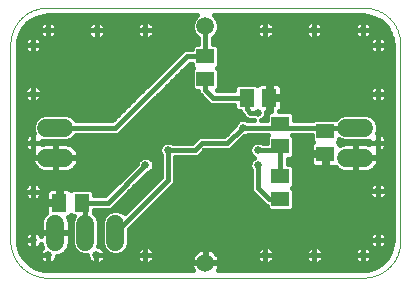
<source format=gbl>
G75*
%MOIN*%
%OFA0B0*%
%FSLAX25Y25*%
%IPPOS*%
%LPD*%
%AMOC8*
5,1,8,0,0,1.08239X$1,22.5*
%
%ADD10C,0.00394*%
%ADD11C,0.00400*%
%ADD12C,0.05906*%
%ADD13R,0.05906X0.05118*%
%ADD14R,0.05118X0.05906*%
%ADD15C,0.02362*%
%ADD16C,0.06000*%
%ADD17C,0.02559*%
%ADD18C,0.01600*%
%ADD19C,0.01100*%
D10*
X0014300Y0023933D02*
X0014001Y0023931D01*
X0013702Y0023936D01*
X0013403Y0023949D01*
X0013105Y0023969D01*
X0012807Y0023996D01*
X0012510Y0024030D01*
X0012214Y0024072D01*
X0011919Y0024121D01*
X0011625Y0024177D01*
X0011333Y0024240D01*
X0011042Y0024310D01*
X0010753Y0024388D01*
X0010466Y0024472D01*
X0010181Y0024563D01*
X0009899Y0024661D01*
X0009619Y0024766D01*
X0009342Y0024878D01*
X0009067Y0024997D01*
X0008796Y0025122D01*
X0008527Y0025254D01*
X0008262Y0025392D01*
X0008000Y0025537D01*
X0007742Y0025688D01*
X0007488Y0025845D01*
X0007237Y0026009D01*
X0006991Y0026178D01*
X0006749Y0026353D01*
X0006511Y0026535D01*
X0006278Y0026722D01*
X0006049Y0026914D01*
X0005825Y0027113D01*
X0005606Y0027316D01*
X0005392Y0027525D01*
X0005183Y0027739D01*
X0004980Y0027958D01*
X0004781Y0028182D01*
X0004589Y0028411D01*
X0004402Y0028644D01*
X0004220Y0028882D01*
X0004045Y0029124D01*
X0003876Y0029370D01*
X0003712Y0029621D01*
X0003555Y0029875D01*
X0003404Y0030133D01*
X0003259Y0030395D01*
X0003121Y0030660D01*
X0002989Y0030929D01*
X0002864Y0031200D01*
X0002745Y0031475D01*
X0002633Y0031752D01*
X0002528Y0032032D01*
X0002430Y0032314D01*
X0002339Y0032599D01*
X0002255Y0032886D01*
X0002177Y0033175D01*
X0002107Y0033466D01*
X0002044Y0033758D01*
X0001988Y0034052D01*
X0001939Y0034347D01*
X0001897Y0034643D01*
X0001863Y0034940D01*
X0001836Y0035238D01*
X0001816Y0035536D01*
X0001803Y0035835D01*
X0001798Y0036134D01*
X0001800Y0036433D01*
X0001800Y0101433D02*
X0001798Y0101732D01*
X0001803Y0102031D01*
X0001816Y0102330D01*
X0001836Y0102628D01*
X0001863Y0102926D01*
X0001897Y0103223D01*
X0001939Y0103519D01*
X0001988Y0103814D01*
X0002044Y0104108D01*
X0002107Y0104400D01*
X0002177Y0104691D01*
X0002255Y0104980D01*
X0002339Y0105267D01*
X0002430Y0105552D01*
X0002528Y0105834D01*
X0002633Y0106114D01*
X0002745Y0106391D01*
X0002864Y0106666D01*
X0002989Y0106937D01*
X0003121Y0107206D01*
X0003259Y0107471D01*
X0003404Y0107733D01*
X0003555Y0107991D01*
X0003712Y0108245D01*
X0003876Y0108496D01*
X0004045Y0108742D01*
X0004220Y0108984D01*
X0004402Y0109222D01*
X0004589Y0109455D01*
X0004781Y0109684D01*
X0004980Y0109908D01*
X0005183Y0110127D01*
X0005392Y0110341D01*
X0005606Y0110550D01*
X0005825Y0110753D01*
X0006049Y0110952D01*
X0006278Y0111144D01*
X0006511Y0111331D01*
X0006749Y0111513D01*
X0006991Y0111688D01*
X0007237Y0111857D01*
X0007488Y0112021D01*
X0007742Y0112178D01*
X0008000Y0112329D01*
X0008262Y0112474D01*
X0008527Y0112612D01*
X0008796Y0112744D01*
X0009067Y0112869D01*
X0009342Y0112988D01*
X0009619Y0113100D01*
X0009899Y0113205D01*
X0010181Y0113303D01*
X0010466Y0113394D01*
X0010753Y0113478D01*
X0011042Y0113556D01*
X0011333Y0113626D01*
X0011625Y0113689D01*
X0011919Y0113745D01*
X0012214Y0113794D01*
X0012510Y0113836D01*
X0012807Y0113870D01*
X0013105Y0113897D01*
X0013403Y0113917D01*
X0013702Y0113930D01*
X0014001Y0113935D01*
X0014300Y0113933D01*
X0119300Y0113933D02*
X0119599Y0113935D01*
X0119898Y0113930D01*
X0120197Y0113917D01*
X0120495Y0113897D01*
X0120793Y0113870D01*
X0121090Y0113836D01*
X0121386Y0113794D01*
X0121681Y0113745D01*
X0121975Y0113689D01*
X0122267Y0113626D01*
X0122558Y0113556D01*
X0122847Y0113478D01*
X0123134Y0113394D01*
X0123419Y0113303D01*
X0123701Y0113205D01*
X0123981Y0113100D01*
X0124258Y0112988D01*
X0124533Y0112869D01*
X0124804Y0112744D01*
X0125073Y0112612D01*
X0125338Y0112474D01*
X0125600Y0112329D01*
X0125858Y0112178D01*
X0126112Y0112021D01*
X0126363Y0111857D01*
X0126609Y0111688D01*
X0126851Y0111513D01*
X0127089Y0111331D01*
X0127322Y0111144D01*
X0127551Y0110952D01*
X0127775Y0110753D01*
X0127994Y0110550D01*
X0128208Y0110341D01*
X0128417Y0110127D01*
X0128620Y0109908D01*
X0128819Y0109684D01*
X0129011Y0109455D01*
X0129198Y0109222D01*
X0129380Y0108984D01*
X0129555Y0108742D01*
X0129724Y0108496D01*
X0129888Y0108245D01*
X0130045Y0107991D01*
X0130196Y0107733D01*
X0130341Y0107471D01*
X0130479Y0107206D01*
X0130611Y0106937D01*
X0130736Y0106666D01*
X0130855Y0106391D01*
X0130967Y0106114D01*
X0131072Y0105834D01*
X0131170Y0105552D01*
X0131261Y0105267D01*
X0131345Y0104980D01*
X0131423Y0104691D01*
X0131493Y0104400D01*
X0131556Y0104108D01*
X0131612Y0103814D01*
X0131661Y0103519D01*
X0131703Y0103223D01*
X0131737Y0102926D01*
X0131764Y0102628D01*
X0131784Y0102330D01*
X0131797Y0102031D01*
X0131802Y0101732D01*
X0131800Y0101433D01*
X0131800Y0036433D02*
X0131802Y0036134D01*
X0131797Y0035835D01*
X0131784Y0035536D01*
X0131764Y0035238D01*
X0131737Y0034940D01*
X0131703Y0034643D01*
X0131661Y0034347D01*
X0131612Y0034052D01*
X0131556Y0033758D01*
X0131493Y0033466D01*
X0131423Y0033175D01*
X0131345Y0032886D01*
X0131261Y0032599D01*
X0131170Y0032314D01*
X0131072Y0032032D01*
X0130967Y0031752D01*
X0130855Y0031475D01*
X0130736Y0031200D01*
X0130611Y0030929D01*
X0130479Y0030660D01*
X0130341Y0030395D01*
X0130196Y0030133D01*
X0130045Y0029875D01*
X0129888Y0029621D01*
X0129724Y0029370D01*
X0129555Y0029124D01*
X0129380Y0028882D01*
X0129198Y0028644D01*
X0129011Y0028411D01*
X0128819Y0028182D01*
X0128620Y0027958D01*
X0128417Y0027739D01*
X0128208Y0027525D01*
X0127994Y0027316D01*
X0127775Y0027113D01*
X0127551Y0026914D01*
X0127322Y0026722D01*
X0127089Y0026535D01*
X0126851Y0026353D01*
X0126609Y0026178D01*
X0126363Y0026009D01*
X0126112Y0025845D01*
X0125858Y0025688D01*
X0125600Y0025537D01*
X0125338Y0025392D01*
X0125073Y0025254D01*
X0124804Y0025122D01*
X0124533Y0024997D01*
X0124258Y0024878D01*
X0123981Y0024766D01*
X0123701Y0024661D01*
X0123419Y0024563D01*
X0123134Y0024472D01*
X0122847Y0024388D01*
X0122558Y0024310D01*
X0122267Y0024240D01*
X0121975Y0024177D01*
X0121681Y0024121D01*
X0121386Y0024072D01*
X0121090Y0024030D01*
X0120793Y0023996D01*
X0120495Y0023969D01*
X0120197Y0023949D01*
X0119898Y0023936D01*
X0119599Y0023931D01*
X0119300Y0023933D01*
D11*
X0014300Y0023933D01*
X0001800Y0036433D02*
X0001800Y0101433D01*
X0014300Y0113933D02*
X0119300Y0113933D01*
X0131800Y0101433D02*
X0131800Y0036433D01*
D12*
X0066800Y0028933D03*
X0066800Y0107673D03*
D13*
X0066800Y0097673D03*
X0066800Y0090193D03*
X0091800Y0075173D03*
X0091800Y0067693D03*
X0091800Y0057673D03*
X0091800Y0050193D03*
X0106800Y0065193D03*
X0106800Y0072673D03*
D14*
X0088040Y0083933D03*
X0080560Y0083933D03*
X0025540Y0048933D03*
X0018060Y0048933D03*
D15*
X0066800Y0065980D03*
X0066800Y0071886D03*
D16*
X0036800Y0041933D02*
X0036800Y0035933D01*
X0026800Y0035933D02*
X0026800Y0041933D01*
X0016800Y0041933D02*
X0016800Y0035933D01*
X0019800Y0063933D02*
X0013800Y0063933D01*
X0013800Y0073933D02*
X0019800Y0073933D01*
X0113800Y0073933D02*
X0119800Y0073933D01*
X0119800Y0063933D02*
X0113800Y0063933D01*
D17*
X0124300Y0068933D03*
X0124300Y0052752D03*
X0124300Y0036433D03*
X0119300Y0031433D03*
X0103119Y0031433D03*
X0086800Y0031433D03*
X0046800Y0031433D03*
X0030481Y0031433D03*
X0014300Y0031433D03*
X0009300Y0036433D03*
X0009300Y0052614D03*
X0009300Y0068933D03*
X0009300Y0085252D03*
X0009300Y0101433D03*
X0014300Y0106433D03*
X0030540Y0106335D03*
X0046800Y0106433D03*
X0084300Y0078933D03*
X0079300Y0073933D03*
X0084300Y0066433D03*
X0084300Y0061433D03*
X0054300Y0066433D03*
X0046800Y0061433D03*
X0086800Y0106433D03*
X0102922Y0106433D03*
X0119300Y0106433D03*
X0124300Y0101433D03*
X0124300Y0085114D03*
D18*
X0124300Y0082035D01*
X0124603Y0082035D01*
X0125198Y0082153D01*
X0125759Y0082385D01*
X0126263Y0082722D01*
X0126692Y0083151D01*
X0127029Y0083655D01*
X0127261Y0084216D01*
X0127380Y0084811D01*
X0127380Y0085114D01*
X0124300Y0085114D01*
X0124300Y0085114D01*
X0124300Y0082035D01*
X0123997Y0082035D01*
X0123402Y0082153D01*
X0122841Y0082385D01*
X0122337Y0082722D01*
X0121908Y0083151D01*
X0121571Y0083655D01*
X0121339Y0084216D01*
X0121220Y0084811D01*
X0121220Y0085114D01*
X0124300Y0085114D01*
X0124300Y0085114D01*
X0124300Y0085114D01*
X0127380Y0085114D01*
X0127380Y0085417D01*
X0127261Y0086012D01*
X0127029Y0086573D01*
X0126692Y0087077D01*
X0126263Y0087506D01*
X0125759Y0087843D01*
X0125198Y0088075D01*
X0124603Y0088194D01*
X0124300Y0088194D01*
X0123997Y0088194D01*
X0123402Y0088075D01*
X0122841Y0087843D01*
X0122337Y0087506D01*
X0121908Y0087077D01*
X0121571Y0086573D01*
X0121339Y0086012D01*
X0121220Y0085417D01*
X0121220Y0085114D01*
X0124300Y0085114D01*
X0124300Y0088194D01*
X0124300Y0085114D01*
X0124300Y0085114D01*
X0124300Y0084677D02*
X0124300Y0084677D01*
X0124300Y0086275D02*
X0124300Y0086275D01*
X0124300Y0087874D02*
X0124300Y0087874D01*
X0125686Y0087874D02*
X0129200Y0087874D01*
X0129200Y0086275D02*
X0127152Y0086275D01*
X0127353Y0084677D02*
X0129200Y0084677D01*
X0129200Y0083078D02*
X0126619Y0083078D01*
X0124300Y0083078D02*
X0124300Y0083078D01*
X0121981Y0083078D02*
X0092399Y0083078D01*
X0092399Y0083454D02*
X0088520Y0083454D01*
X0088520Y0084413D01*
X0087561Y0084413D01*
X0087561Y0088686D01*
X0085244Y0088686D01*
X0084786Y0088563D01*
X0084376Y0088326D01*
X0084150Y0088100D01*
X0083776Y0088473D01*
X0077343Y0088473D01*
X0076413Y0087543D01*
X0076413Y0086320D01*
X0070684Y0086320D01*
X0071340Y0086976D01*
X0071340Y0093409D01*
X0070817Y0093933D01*
X0071340Y0094457D01*
X0071340Y0100890D01*
X0070410Y0101820D01*
X0069187Y0101820D01*
X0069187Y0103748D01*
X0069372Y0103824D01*
X0070649Y0105101D01*
X0071340Y0106770D01*
X0071340Y0108576D01*
X0070649Y0110245D01*
X0069561Y0111333D01*
X0118817Y0111333D01*
X0118832Y0111327D01*
X0119157Y0111333D01*
X0119424Y0111333D01*
X0120643Y0111274D01*
X0123149Y0110636D01*
X0125396Y0109358D01*
X0127225Y0107529D01*
X0128503Y0105282D01*
X0129141Y0102776D01*
X0129200Y0101557D01*
X0129200Y0101290D01*
X0129194Y0100965D01*
X0129200Y0100950D01*
X0129200Y0036916D01*
X0129194Y0036901D01*
X0129200Y0036576D01*
X0129200Y0036310D01*
X0129141Y0035090D01*
X0128503Y0032584D01*
X0127225Y0030337D01*
X0125396Y0028509D01*
X0123149Y0027230D01*
X0120643Y0026592D01*
X0119424Y0026533D01*
X0119157Y0026533D01*
X0118832Y0026539D01*
X0118817Y0026533D01*
X0070911Y0026533D01*
X0071205Y0027109D01*
X0071436Y0027820D01*
X0071553Y0028559D01*
X0071553Y0028749D01*
X0066984Y0028749D01*
X0066984Y0029117D01*
X0071553Y0029117D01*
X0071553Y0029307D01*
X0071436Y0030046D01*
X0071205Y0030757D01*
X0070865Y0031424D01*
X0070425Y0032029D01*
X0069896Y0032558D01*
X0069291Y0032998D01*
X0068624Y0033338D01*
X0067913Y0033569D01*
X0067174Y0033686D01*
X0066984Y0033686D01*
X0066984Y0029117D01*
X0066616Y0029117D01*
X0066616Y0028749D01*
X0062047Y0028749D01*
X0062047Y0028559D01*
X0062164Y0027820D01*
X0062395Y0027109D01*
X0062689Y0026533D01*
X0014783Y0026533D01*
X0014768Y0026539D01*
X0014443Y0026533D01*
X0014176Y0026533D01*
X0012957Y0026592D01*
X0010451Y0027230D01*
X0008204Y0028509D01*
X0006375Y0030337D01*
X0005097Y0032584D01*
X0004459Y0035090D01*
X0004400Y0036310D01*
X0004400Y0036576D01*
X0004406Y0036901D01*
X0004400Y0036916D01*
X0004400Y0100950D01*
X0004406Y0100965D01*
X0004400Y0101290D01*
X0004400Y0101557D01*
X0004459Y0102776D01*
X0005097Y0105282D01*
X0006375Y0107529D01*
X0008204Y0109358D01*
X0010451Y0110636D01*
X0012957Y0111274D01*
X0014176Y0111333D01*
X0014443Y0111333D01*
X0014768Y0111327D01*
X0014783Y0111333D01*
X0064039Y0111333D01*
X0062951Y0110245D01*
X0062260Y0108576D01*
X0062260Y0106770D01*
X0062951Y0105101D01*
X0064228Y0103824D01*
X0064413Y0103748D01*
X0064413Y0101820D01*
X0063190Y0101820D01*
X0062260Y0100890D01*
X0062260Y0100061D01*
X0059551Y0100061D01*
X0035811Y0076320D01*
X0023776Y0076320D01*
X0023689Y0076532D01*
X0022399Y0077822D01*
X0020712Y0078520D01*
X0012887Y0078520D01*
X0011201Y0077822D01*
X0009911Y0076532D01*
X0009213Y0074846D01*
X0009213Y0073021D01*
X0009633Y0072007D01*
X0009603Y0072013D01*
X0009300Y0072013D01*
X0008997Y0072013D01*
X0008402Y0071894D01*
X0007841Y0071662D01*
X0007337Y0071325D01*
X0006908Y0070896D01*
X0006571Y0070392D01*
X0006339Y0069831D01*
X0006220Y0069236D01*
X0006220Y0068933D01*
X0006220Y0068630D01*
X0006339Y0068035D01*
X0006571Y0067474D01*
X0006908Y0066970D01*
X0007337Y0066541D01*
X0007841Y0066204D01*
X0008402Y0065972D01*
X0008997Y0065854D01*
X0009300Y0065854D01*
X0009391Y0065854D01*
X0009352Y0065776D01*
X0009118Y0065057D01*
X0009000Y0064311D01*
X0009000Y0064133D01*
X0016600Y0064133D01*
X0016600Y0063733D01*
X0017000Y0063733D01*
X0017000Y0059133D01*
X0020178Y0059133D01*
X0020924Y0059251D01*
X0021643Y0059485D01*
X0022316Y0059828D01*
X0022927Y0060272D01*
X0023461Y0060806D01*
X0023905Y0061417D01*
X0024248Y0062091D01*
X0024482Y0062809D01*
X0024600Y0063555D01*
X0024600Y0063733D01*
X0017000Y0063733D01*
X0017000Y0064133D01*
X0024600Y0064133D01*
X0024600Y0064311D01*
X0024482Y0065057D01*
X0024248Y0065776D01*
X0023905Y0066449D01*
X0023461Y0067060D01*
X0022927Y0067594D01*
X0022316Y0068038D01*
X0021643Y0068381D01*
X0020924Y0068615D01*
X0020178Y0068733D01*
X0017000Y0068733D01*
X0017000Y0064133D01*
X0016600Y0064133D01*
X0016600Y0068733D01*
X0013422Y0068733D01*
X0012676Y0068615D01*
X0012356Y0068511D01*
X0012380Y0068630D01*
X0012380Y0068933D01*
X0009300Y0068933D01*
X0009300Y0065854D01*
X0009300Y0068933D01*
X0009300Y0068933D01*
X0009300Y0068933D01*
X0006220Y0068933D01*
X0009300Y0068933D01*
X0009300Y0068933D01*
X0012380Y0068933D01*
X0012380Y0069236D01*
X0012310Y0069585D01*
X0012887Y0069346D01*
X0020712Y0069346D01*
X0022399Y0070044D01*
X0023689Y0071335D01*
X0023776Y0071546D01*
X0037789Y0071546D01*
X0061529Y0095286D01*
X0062260Y0095286D01*
X0062260Y0094457D01*
X0062783Y0093933D01*
X0062260Y0093409D01*
X0062260Y0086976D01*
X0063190Y0086046D01*
X0064413Y0086046D01*
X0064413Y0085444D01*
X0068311Y0081546D01*
X0076413Y0081546D01*
X0076413Y0080323D01*
X0077343Y0079393D01*
X0078172Y0079393D01*
X0078172Y0079204D01*
X0080831Y0076546D01*
X0082633Y0076546D01*
X0082676Y0076503D01*
X0083116Y0076320D01*
X0080967Y0076320D01*
X0080924Y0076364D01*
X0079870Y0076800D01*
X0078730Y0076800D01*
X0077676Y0076364D01*
X0076870Y0075557D01*
X0076433Y0074503D01*
X0076433Y0074442D01*
X0073127Y0071136D01*
X0064664Y0071136D01*
X0063266Y0069738D01*
X0062349Y0068820D01*
X0055967Y0068820D01*
X0055924Y0068864D01*
X0054870Y0069300D01*
X0053730Y0069300D01*
X0052676Y0068864D01*
X0051870Y0068057D01*
X0051433Y0067003D01*
X0051433Y0065863D01*
X0051870Y0064809D01*
X0051913Y0064766D01*
X0051913Y0057422D01*
X0039856Y0045365D01*
X0039399Y0045822D01*
X0037712Y0046520D01*
X0035888Y0046520D01*
X0034201Y0045822D01*
X0032911Y0044532D01*
X0032213Y0042846D01*
X0032213Y0035021D01*
X0032906Y0033348D01*
X0032873Y0033396D01*
X0032444Y0033825D01*
X0031940Y0034162D01*
X0031379Y0034394D01*
X0031147Y0034440D01*
X0031387Y0035021D01*
X0031387Y0042846D01*
X0030689Y0044532D01*
X0029687Y0045534D01*
X0029687Y0046546D01*
X0035289Y0046546D01*
X0047309Y0058566D01*
X0047370Y0058566D01*
X0048424Y0059003D01*
X0049230Y0059809D01*
X0049667Y0060863D01*
X0049667Y0062003D01*
X0049230Y0063057D01*
X0048424Y0063864D01*
X0047370Y0064300D01*
X0046230Y0064300D01*
X0045176Y0063864D01*
X0044370Y0063057D01*
X0043933Y0062003D01*
X0043933Y0061942D01*
X0033311Y0051320D01*
X0029687Y0051320D01*
X0029687Y0052543D01*
X0028757Y0053473D01*
X0022324Y0053473D01*
X0021950Y0053100D01*
X0021724Y0053326D01*
X0021314Y0053563D01*
X0020856Y0053686D01*
X0018539Y0053686D01*
X0018539Y0049413D01*
X0017580Y0049413D01*
X0017580Y0053686D01*
X0015264Y0053686D01*
X0014806Y0053563D01*
X0014396Y0053326D01*
X0014060Y0052991D01*
X0013823Y0052581D01*
X0013701Y0052123D01*
X0013701Y0049413D01*
X0017580Y0049413D01*
X0017580Y0048454D01*
X0013701Y0048454D01*
X0013701Y0045743D01*
X0013730Y0045635D01*
X0013673Y0045594D01*
X0013139Y0045060D01*
X0012695Y0044449D01*
X0012352Y0043776D01*
X0012118Y0043057D01*
X0012000Y0042311D01*
X0012000Y0039133D01*
X0016600Y0039133D01*
X0016600Y0038733D01*
X0012000Y0038733D01*
X0012000Y0037935D01*
X0011692Y0038396D01*
X0011263Y0038825D01*
X0010759Y0039162D01*
X0010198Y0039394D01*
X0009603Y0039513D01*
X0009300Y0039513D01*
X0008997Y0039513D01*
X0008402Y0039394D01*
X0007841Y0039162D01*
X0007337Y0038825D01*
X0006908Y0038396D01*
X0006571Y0037892D01*
X0006339Y0037331D01*
X0006220Y0036736D01*
X0006220Y0036433D01*
X0006220Y0036130D01*
X0006339Y0035535D01*
X0006571Y0034974D01*
X0006908Y0034470D01*
X0007337Y0034041D01*
X0007841Y0033704D01*
X0008402Y0033472D01*
X0008997Y0033354D01*
X0009300Y0033354D01*
X0009603Y0033354D01*
X0010198Y0033472D01*
X0010759Y0033704D01*
X0011263Y0034041D01*
X0011692Y0034470D01*
X0012029Y0034974D01*
X0012075Y0035084D01*
X0012118Y0034809D01*
X0012352Y0034091D01*
X0012449Y0033900D01*
X0012337Y0033825D01*
X0011908Y0033396D01*
X0011571Y0032892D01*
X0011339Y0032331D01*
X0011220Y0031736D01*
X0011220Y0031433D01*
X0011220Y0031130D01*
X0011339Y0030535D01*
X0011571Y0029974D01*
X0011908Y0029470D01*
X0012337Y0029041D01*
X0012841Y0028704D01*
X0013402Y0028472D01*
X0013997Y0028354D01*
X0014300Y0028354D01*
X0014603Y0028354D01*
X0015198Y0028472D01*
X0015759Y0028704D01*
X0016263Y0029041D01*
X0016692Y0029470D01*
X0017029Y0029974D01*
X0017261Y0030535D01*
X0017380Y0031130D01*
X0017380Y0031165D01*
X0017924Y0031251D01*
X0018643Y0031485D01*
X0019316Y0031828D01*
X0019927Y0032272D01*
X0020461Y0032806D01*
X0020905Y0033417D01*
X0021248Y0034091D01*
X0021482Y0034809D01*
X0021600Y0035555D01*
X0021600Y0038733D01*
X0017000Y0038733D01*
X0017000Y0039133D01*
X0021600Y0039133D01*
X0021600Y0042311D01*
X0021482Y0043057D01*
X0021248Y0043776D01*
X0021020Y0044224D01*
X0021314Y0044303D01*
X0021724Y0044540D01*
X0021950Y0044766D01*
X0022324Y0044393D01*
X0022854Y0044393D01*
X0022213Y0042846D01*
X0022213Y0035021D01*
X0022911Y0033335D01*
X0024201Y0032044D01*
X0025887Y0031346D01*
X0027402Y0031346D01*
X0027402Y0031130D01*
X0027520Y0030535D01*
X0027752Y0029974D01*
X0028089Y0029470D01*
X0028518Y0029041D01*
X0029022Y0028704D01*
X0029583Y0028472D01*
X0030178Y0028354D01*
X0030481Y0028354D01*
X0030481Y0031433D01*
X0030481Y0031433D01*
X0030481Y0028354D01*
X0030784Y0028354D01*
X0031379Y0028472D01*
X0031940Y0028704D01*
X0032444Y0029041D01*
X0032873Y0029470D01*
X0033210Y0029974D01*
X0033442Y0030535D01*
X0033561Y0031130D01*
X0033561Y0031433D01*
X0030481Y0031433D01*
X0030481Y0031433D01*
X0033561Y0031433D01*
X0033561Y0031736D01*
X0033442Y0032331D01*
X0033210Y0032892D01*
X0032921Y0033325D01*
X0034201Y0032044D01*
X0035888Y0031346D01*
X0037712Y0031346D01*
X0039399Y0032044D01*
X0040689Y0033335D01*
X0041387Y0035021D01*
X0041387Y0040144D01*
X0055289Y0054046D01*
X0056687Y0055444D01*
X0056687Y0064046D01*
X0064326Y0064046D01*
X0066642Y0066361D01*
X0075105Y0066361D01*
X0076503Y0067760D01*
X0079809Y0071066D01*
X0079870Y0071066D01*
X0080924Y0071503D01*
X0080967Y0071546D01*
X0087671Y0071546D01*
X0087783Y0071433D01*
X0087260Y0070909D01*
X0087260Y0068820D01*
X0085967Y0068820D01*
X0085924Y0068864D01*
X0084870Y0069300D01*
X0083730Y0069300D01*
X0082676Y0068864D01*
X0081870Y0068057D01*
X0081433Y0067003D01*
X0081433Y0065863D01*
X0081870Y0064809D01*
X0082676Y0064003D01*
X0082844Y0063933D01*
X0082676Y0063864D01*
X0081870Y0063057D01*
X0081433Y0062003D01*
X0081433Y0060863D01*
X0081870Y0059809D01*
X0081913Y0059766D01*
X0081913Y0052944D01*
X0087051Y0047806D01*
X0087260Y0047806D01*
X0087260Y0046976D01*
X0088190Y0046046D01*
X0095410Y0046046D01*
X0096340Y0046976D01*
X0096340Y0053409D01*
X0095817Y0053933D01*
X0096340Y0054457D01*
X0096340Y0060890D01*
X0095410Y0061820D01*
X0094187Y0061820D01*
X0094187Y0063546D01*
X0095410Y0063546D01*
X0096340Y0064476D01*
X0096340Y0070909D01*
X0095817Y0071433D01*
X0095929Y0071546D01*
X0102260Y0071546D01*
X0102260Y0069457D01*
X0102633Y0069083D01*
X0102407Y0068857D01*
X0102170Y0068447D01*
X0102047Y0067989D01*
X0102047Y0065672D01*
X0106320Y0065672D01*
X0106320Y0064713D01*
X0102047Y0064713D01*
X0102047Y0062397D01*
X0102170Y0061939D01*
X0102407Y0061529D01*
X0102742Y0061193D01*
X0103152Y0060957D01*
X0103610Y0060834D01*
X0106320Y0060834D01*
X0106320Y0064713D01*
X0107280Y0064713D01*
X0107280Y0060834D01*
X0109990Y0060834D01*
X0110098Y0060863D01*
X0110139Y0060806D01*
X0110673Y0060272D01*
X0111284Y0059828D01*
X0111957Y0059485D01*
X0112676Y0059251D01*
X0113422Y0059133D01*
X0116600Y0059133D01*
X0116600Y0063733D01*
X0117000Y0063733D01*
X0117000Y0059133D01*
X0120178Y0059133D01*
X0120924Y0059251D01*
X0121643Y0059485D01*
X0122316Y0059828D01*
X0122927Y0060272D01*
X0123461Y0060806D01*
X0123905Y0061417D01*
X0124248Y0062091D01*
X0124482Y0062809D01*
X0124600Y0063555D01*
X0124600Y0063733D01*
X0117000Y0063733D01*
X0117000Y0064133D01*
X0124600Y0064133D01*
X0124600Y0064311D01*
X0124482Y0065057D01*
X0124248Y0065776D01*
X0124209Y0065854D01*
X0124300Y0065854D01*
X0124603Y0065854D01*
X0125198Y0065972D01*
X0125759Y0066204D01*
X0126263Y0066541D01*
X0126692Y0066970D01*
X0127029Y0067474D01*
X0127261Y0068035D01*
X0127380Y0068630D01*
X0127380Y0068933D01*
X0124300Y0068933D01*
X0124300Y0065854D01*
X0124300Y0068933D01*
X0124300Y0068933D01*
X0124300Y0068933D01*
X0121220Y0068933D01*
X0121220Y0068630D01*
X0121244Y0068511D01*
X0120924Y0068615D01*
X0120178Y0068733D01*
X0117000Y0068733D01*
X0117000Y0064133D01*
X0116600Y0064133D01*
X0116600Y0068733D01*
X0113422Y0068733D01*
X0112676Y0068615D01*
X0111957Y0068381D01*
X0111509Y0068153D01*
X0111430Y0068447D01*
X0111193Y0068857D01*
X0110967Y0069083D01*
X0111340Y0069457D01*
X0111340Y0069987D01*
X0112887Y0069346D01*
X0120712Y0069346D01*
X0121290Y0069585D01*
X0121220Y0069236D01*
X0121220Y0068933D01*
X0124300Y0068933D01*
X0124300Y0068933D01*
X0127380Y0068933D01*
X0127380Y0069236D01*
X0127261Y0069831D01*
X0127029Y0070392D01*
X0126692Y0070896D01*
X0126263Y0071325D01*
X0125759Y0071662D01*
X0125198Y0071894D01*
X0124603Y0072013D01*
X0124300Y0072013D01*
X0123997Y0072013D01*
X0123967Y0072007D01*
X0124387Y0073021D01*
X0124387Y0074846D01*
X0123689Y0076532D01*
X0122399Y0077822D01*
X0120712Y0078520D01*
X0112887Y0078520D01*
X0111201Y0077822D01*
X0110199Y0076820D01*
X0103190Y0076820D01*
X0102691Y0076320D01*
X0096340Y0076320D01*
X0096340Y0078390D01*
X0095410Y0079320D01*
X0091323Y0079320D01*
X0091704Y0079540D01*
X0092040Y0079875D01*
X0092277Y0080286D01*
X0092399Y0080743D01*
X0092399Y0083454D01*
X0092399Y0084413D02*
X0092399Y0087123D01*
X0092277Y0087581D01*
X0092040Y0087991D01*
X0091704Y0088326D01*
X0091294Y0088563D01*
X0090836Y0088686D01*
X0088520Y0088686D01*
X0088520Y0084413D01*
X0092399Y0084413D01*
X0092399Y0084677D02*
X0121247Y0084677D01*
X0121448Y0086275D02*
X0092399Y0086275D01*
X0092107Y0087874D02*
X0122914Y0087874D01*
X0129200Y0089472D02*
X0071340Y0089472D01*
X0071340Y0091071D02*
X0129200Y0091071D01*
X0129200Y0092669D02*
X0071340Y0092669D01*
X0071151Y0094268D02*
X0129200Y0094268D01*
X0129200Y0095866D02*
X0071340Y0095866D01*
X0071340Y0097465D02*
X0129200Y0097465D01*
X0129200Y0099063D02*
X0126285Y0099063D01*
X0126263Y0099041D02*
X0126692Y0099470D01*
X0127029Y0099974D01*
X0127261Y0100535D01*
X0127380Y0101130D01*
X0127380Y0101433D01*
X0124300Y0101433D01*
X0124300Y0098354D01*
X0124603Y0098354D01*
X0125198Y0098472D01*
X0125759Y0098704D01*
X0126263Y0099041D01*
X0127286Y0100662D02*
X0129200Y0100662D01*
X0127380Y0101433D02*
X0127380Y0101736D01*
X0127261Y0102331D01*
X0127029Y0102892D01*
X0126692Y0103396D01*
X0126263Y0103825D01*
X0125759Y0104162D01*
X0125198Y0104394D01*
X0124603Y0104513D01*
X0124300Y0104513D01*
X0123997Y0104513D01*
X0123402Y0104394D01*
X0122841Y0104162D01*
X0122337Y0103825D01*
X0121908Y0103396D01*
X0121571Y0102892D01*
X0121339Y0102331D01*
X0121220Y0101736D01*
X0121220Y0101433D01*
X0121220Y0101130D01*
X0121339Y0100535D01*
X0121571Y0099974D01*
X0121908Y0099470D01*
X0122337Y0099041D01*
X0122841Y0098704D01*
X0123402Y0098472D01*
X0123997Y0098354D01*
X0124300Y0098354D01*
X0124300Y0101433D01*
X0124300Y0101433D01*
X0124300Y0101433D01*
X0121220Y0101433D01*
X0124300Y0101433D01*
X0124300Y0101433D01*
X0127380Y0101433D01*
X0127275Y0102260D02*
X0129166Y0102260D01*
X0128866Y0103859D02*
X0126213Y0103859D01*
X0124300Y0103859D02*
X0124300Y0103859D01*
X0124300Y0104513D02*
X0124300Y0101433D01*
X0124300Y0101433D01*
X0124300Y0104513D01*
X0122387Y0103859D02*
X0120990Y0103859D01*
X0120759Y0103704D02*
X0121263Y0104041D01*
X0121692Y0104470D01*
X0122029Y0104974D01*
X0122261Y0105535D01*
X0122380Y0106130D01*
X0122380Y0106433D01*
X0119300Y0106433D01*
X0119300Y0103354D01*
X0119603Y0103354D01*
X0120198Y0103472D01*
X0120759Y0103704D01*
X0119300Y0103859D02*
X0119300Y0103859D01*
X0119300Y0103354D02*
X0119300Y0106433D01*
X0119300Y0106433D01*
X0119300Y0106433D01*
X0116220Y0106433D01*
X0116220Y0106130D01*
X0116339Y0105535D01*
X0116571Y0104974D01*
X0116908Y0104470D01*
X0117337Y0104041D01*
X0117841Y0103704D01*
X0118402Y0103472D01*
X0118997Y0103354D01*
X0119300Y0103354D01*
X0117610Y0103859D02*
X0104612Y0103859D01*
X0104381Y0103704D02*
X0104885Y0104041D01*
X0105314Y0104470D01*
X0105651Y0104974D01*
X0105883Y0105535D01*
X0106002Y0106130D01*
X0106002Y0106433D01*
X0102922Y0106433D01*
X0102922Y0106433D01*
X0102922Y0103354D01*
X0103225Y0103354D01*
X0103820Y0103472D01*
X0104381Y0103704D01*
X0102922Y0103859D02*
X0102922Y0103859D01*
X0102922Y0103354D02*
X0102922Y0106433D01*
X0099843Y0106433D01*
X0099843Y0106130D01*
X0099961Y0105535D01*
X0100193Y0104974D01*
X0100530Y0104470D01*
X0100959Y0104041D01*
X0101463Y0103704D01*
X0102024Y0103472D01*
X0102619Y0103354D01*
X0102922Y0103354D01*
X0101232Y0103859D02*
X0088490Y0103859D01*
X0088259Y0103704D02*
X0088763Y0104041D01*
X0089192Y0104470D01*
X0089529Y0104974D01*
X0089761Y0105535D01*
X0089880Y0106130D01*
X0089880Y0106433D01*
X0086800Y0106433D01*
X0086800Y0103354D01*
X0087103Y0103354D01*
X0087698Y0103472D01*
X0088259Y0103704D01*
X0086800Y0103859D02*
X0086800Y0103859D01*
X0086800Y0103354D02*
X0086800Y0106433D01*
X0086800Y0106433D01*
X0086800Y0106433D01*
X0083720Y0106433D01*
X0083720Y0106130D01*
X0083839Y0105535D01*
X0084071Y0104974D01*
X0084408Y0104470D01*
X0084837Y0104041D01*
X0085341Y0103704D01*
X0085902Y0103472D01*
X0086497Y0103354D01*
X0086800Y0103354D01*
X0085110Y0103859D02*
X0069406Y0103859D01*
X0069187Y0102260D02*
X0121325Y0102260D01*
X0121314Y0100662D02*
X0071340Y0100662D01*
X0071340Y0099063D02*
X0122315Y0099063D01*
X0124300Y0099063D02*
X0124300Y0099063D01*
X0124300Y0100662D02*
X0124300Y0100662D01*
X0124300Y0102260D02*
X0124300Y0102260D01*
X0122229Y0105457D02*
X0128404Y0105457D01*
X0127494Y0107056D02*
X0122316Y0107056D01*
X0122261Y0107331D02*
X0122029Y0107892D01*
X0121692Y0108396D01*
X0121263Y0108825D01*
X0120759Y0109162D01*
X0120198Y0109394D01*
X0119603Y0109513D01*
X0119300Y0109513D01*
X0118997Y0109513D01*
X0118402Y0109394D01*
X0117841Y0109162D01*
X0117337Y0108825D01*
X0116908Y0108396D01*
X0116571Y0107892D01*
X0116339Y0107331D01*
X0116220Y0106736D01*
X0116220Y0106433D01*
X0119300Y0106433D01*
X0119300Y0106433D01*
X0122380Y0106433D01*
X0122380Y0106736D01*
X0122261Y0107331D01*
X0121434Y0108654D02*
X0126100Y0108654D01*
X0123823Y0110253D02*
X0070641Y0110253D01*
X0071308Y0108654D02*
X0084666Y0108654D01*
X0084837Y0108825D02*
X0084408Y0108396D01*
X0084071Y0107892D01*
X0083839Y0107331D01*
X0083720Y0106736D01*
X0083720Y0106433D01*
X0086800Y0106433D01*
X0086800Y0106433D01*
X0089880Y0106433D01*
X0089880Y0106736D01*
X0089761Y0107331D01*
X0089529Y0107892D01*
X0089192Y0108396D01*
X0088763Y0108825D01*
X0088259Y0109162D01*
X0087698Y0109394D01*
X0087103Y0109513D01*
X0086800Y0109513D01*
X0086497Y0109513D01*
X0085902Y0109394D01*
X0085341Y0109162D01*
X0084837Y0108825D01*
X0086800Y0108654D02*
X0086800Y0108654D01*
X0086800Y0109513D02*
X0086800Y0106433D01*
X0086800Y0106433D01*
X0086800Y0109513D01*
X0088934Y0108654D02*
X0100788Y0108654D01*
X0100959Y0108825D02*
X0100530Y0108396D01*
X0100193Y0107892D01*
X0099961Y0107331D01*
X0099843Y0106736D01*
X0099843Y0106433D01*
X0102922Y0106433D01*
X0102922Y0106433D01*
X0102922Y0106433D01*
X0102922Y0109513D01*
X0103225Y0109513D01*
X0103820Y0109394D01*
X0104381Y0109162D01*
X0104885Y0108825D01*
X0105314Y0108396D01*
X0105651Y0107892D01*
X0105883Y0107331D01*
X0106002Y0106736D01*
X0106002Y0106433D01*
X0102922Y0106433D01*
X0102922Y0106433D01*
X0102922Y0109513D01*
X0102619Y0109513D01*
X0102024Y0109394D01*
X0101463Y0109162D01*
X0100959Y0108825D01*
X0102922Y0108654D02*
X0102922Y0108654D01*
X0102922Y0107056D02*
X0102922Y0107056D01*
X0102922Y0105457D02*
X0102922Y0105457D01*
X0105851Y0105457D02*
X0116371Y0105457D01*
X0116284Y0107056D02*
X0105938Y0107056D01*
X0105056Y0108654D02*
X0117166Y0108654D01*
X0119300Y0108654D02*
X0119300Y0108654D01*
X0119300Y0109513D02*
X0119300Y0106433D01*
X0119300Y0106433D01*
X0119300Y0109513D01*
X0119300Y0107056D02*
X0119300Y0107056D01*
X0119300Y0105457D02*
X0119300Y0105457D01*
X0099993Y0105457D02*
X0089729Y0105457D01*
X0089816Y0107056D02*
X0099906Y0107056D01*
X0086800Y0107056D02*
X0086800Y0107056D01*
X0086800Y0105457D02*
X0086800Y0105457D01*
X0083871Y0105457D02*
X0070796Y0105457D01*
X0071340Y0107056D02*
X0083784Y0107056D01*
X0066800Y0107673D02*
X0066800Y0097673D01*
X0060540Y0097673D01*
X0036800Y0073933D01*
X0016800Y0073933D01*
X0022644Y0070290D02*
X0063818Y0070290D01*
X0065653Y0068749D02*
X0074116Y0068749D01*
X0079300Y0073933D01*
X0091800Y0073933D01*
X0091800Y0075173D01*
X0091800Y0073933D02*
X0106800Y0073933D01*
X0106800Y0072673D01*
X0107430Y0073303D02*
X0106800Y0073933D01*
X0108060Y0073933D02*
X0116800Y0073933D01*
X0116600Y0068691D02*
X0117000Y0068691D01*
X0117000Y0067093D02*
X0116600Y0067093D01*
X0116600Y0065494D02*
X0117000Y0065494D01*
X0117000Y0063896D02*
X0129200Y0063896D01*
X0129200Y0065494D02*
X0124340Y0065494D01*
X0124300Y0067093D02*
X0124300Y0067093D01*
X0126774Y0067093D02*
X0129200Y0067093D01*
X0129200Y0068691D02*
X0127380Y0068691D01*
X0127071Y0070290D02*
X0129200Y0070290D01*
X0129200Y0071888D02*
X0125212Y0071888D01*
X0124300Y0071888D02*
X0124300Y0071888D01*
X0124300Y0072013D02*
X0124300Y0068933D01*
X0124300Y0068933D01*
X0124300Y0072013D01*
X0124387Y0073487D02*
X0129200Y0073487D01*
X0129200Y0075085D02*
X0124288Y0075085D01*
X0123537Y0076684D02*
X0129200Y0076684D01*
X0129200Y0078282D02*
X0121287Y0078282D01*
X0129200Y0079881D02*
X0092043Y0079881D01*
X0092399Y0081479D02*
X0129200Y0081479D01*
X0124300Y0070290D02*
X0124300Y0070290D01*
X0124300Y0068691D02*
X0124300Y0068691D01*
X0121220Y0068691D02*
X0120441Y0068691D01*
X0113159Y0068691D02*
X0111289Y0068691D01*
X0106320Y0065494D02*
X0096340Y0065494D01*
X0096340Y0067093D02*
X0102047Y0067093D01*
X0102311Y0068691D02*
X0096340Y0068691D01*
X0096340Y0070290D02*
X0102260Y0070290D01*
X0102047Y0063896D02*
X0095760Y0063896D01*
X0094187Y0062297D02*
X0102074Y0062297D01*
X0106320Y0062297D02*
X0107280Y0062297D01*
X0107280Y0063896D02*
X0106320Y0063896D01*
X0110246Y0060699D02*
X0096340Y0060699D01*
X0096340Y0059100D02*
X0129200Y0059100D01*
X0129200Y0060699D02*
X0123354Y0060699D01*
X0124316Y0062297D02*
X0129200Y0062297D01*
X0129200Y0057502D02*
X0096340Y0057502D01*
X0096340Y0055903D02*
X0129200Y0055903D01*
X0129200Y0054305D02*
X0126966Y0054305D01*
X0127029Y0054211D02*
X0126692Y0054715D01*
X0126263Y0055144D01*
X0125759Y0055481D01*
X0125198Y0055713D01*
X0124603Y0055831D01*
X0124300Y0055831D01*
X0123997Y0055831D01*
X0123402Y0055713D01*
X0122841Y0055481D01*
X0122337Y0055144D01*
X0121908Y0054715D01*
X0121571Y0054211D01*
X0121339Y0053650D01*
X0121220Y0053055D01*
X0121220Y0052752D01*
X0124300Y0052752D01*
X0124300Y0052752D01*
X0124300Y0055831D01*
X0124300Y0052752D01*
X0127380Y0052752D01*
X0127380Y0053055D01*
X0127261Y0053650D01*
X0127029Y0054211D01*
X0127380Y0052752D02*
X0124300Y0052752D01*
X0124300Y0052752D01*
X0124300Y0052752D01*
X0124300Y0049672D01*
X0124603Y0049672D01*
X0125198Y0049791D01*
X0125759Y0050023D01*
X0126263Y0050360D01*
X0126692Y0050789D01*
X0127029Y0051293D01*
X0127261Y0051854D01*
X0127380Y0052449D01*
X0127380Y0052752D01*
X0127380Y0052706D02*
X0129200Y0052706D01*
X0129200Y0051108D02*
X0126905Y0051108D01*
X0124300Y0051108D02*
X0124300Y0051108D01*
X0124300Y0049672D02*
X0124300Y0052752D01*
X0124300Y0052752D01*
X0121220Y0052752D01*
X0121220Y0052449D01*
X0121339Y0051854D01*
X0121571Y0051293D01*
X0121908Y0050789D01*
X0122337Y0050360D01*
X0122841Y0050023D01*
X0123402Y0049791D01*
X0123997Y0049672D01*
X0124300Y0049672D01*
X0121695Y0051108D02*
X0096340Y0051108D01*
X0096340Y0052706D02*
X0121220Y0052706D01*
X0121634Y0054305D02*
X0096188Y0054305D01*
X0091800Y0057673D02*
X0091800Y0067693D01*
X0090540Y0066433D01*
X0084300Y0066433D01*
X0081586Y0065494D02*
X0065775Y0065494D01*
X0063337Y0066433D02*
X0065653Y0068749D01*
X0063337Y0066433D02*
X0054300Y0066433D01*
X0054300Y0056433D01*
X0036800Y0038933D01*
X0041387Y0038320D02*
X0121857Y0038320D01*
X0121908Y0038396D02*
X0121571Y0037892D01*
X0121339Y0037331D01*
X0121220Y0036736D01*
X0121220Y0036433D01*
X0121220Y0036130D01*
X0121339Y0035535D01*
X0121571Y0034974D01*
X0121908Y0034470D01*
X0122337Y0034041D01*
X0122841Y0033704D01*
X0123402Y0033472D01*
X0123997Y0033354D01*
X0124300Y0033354D01*
X0124603Y0033354D01*
X0125198Y0033472D01*
X0125759Y0033704D01*
X0126263Y0034041D01*
X0126692Y0034470D01*
X0127029Y0034974D01*
X0127261Y0035535D01*
X0127380Y0036130D01*
X0127380Y0036433D01*
X0124300Y0036433D01*
X0124300Y0033354D01*
X0124300Y0036433D01*
X0124300Y0036433D01*
X0124300Y0036433D01*
X0121220Y0036433D01*
X0124300Y0036433D01*
X0124300Y0036433D01*
X0127380Y0036433D01*
X0127380Y0036736D01*
X0127261Y0037331D01*
X0127029Y0037892D01*
X0126692Y0038396D01*
X0126263Y0038825D01*
X0125759Y0039162D01*
X0125198Y0039394D01*
X0124603Y0039513D01*
X0124300Y0039513D01*
X0123997Y0039513D01*
X0123402Y0039394D01*
X0122841Y0039162D01*
X0122337Y0038825D01*
X0121908Y0038396D01*
X0121220Y0036721D02*
X0041387Y0036721D01*
X0041387Y0035123D02*
X0121510Y0035123D01*
X0120759Y0034162D02*
X0120198Y0034394D01*
X0119603Y0034513D01*
X0119300Y0034513D01*
X0118997Y0034513D01*
X0118402Y0034394D01*
X0117841Y0034162D01*
X0117337Y0033825D01*
X0116908Y0033396D01*
X0116571Y0032892D01*
X0116339Y0032331D01*
X0116220Y0031736D01*
X0116220Y0031433D01*
X0116220Y0031130D01*
X0116339Y0030535D01*
X0116571Y0029974D01*
X0116908Y0029470D01*
X0117337Y0029041D01*
X0117841Y0028704D01*
X0118402Y0028472D01*
X0118997Y0028354D01*
X0119300Y0028354D01*
X0119603Y0028354D01*
X0120198Y0028472D01*
X0120759Y0028704D01*
X0121263Y0029041D01*
X0121692Y0029470D01*
X0122029Y0029974D01*
X0122261Y0030535D01*
X0122380Y0031130D01*
X0122380Y0031433D01*
X0119300Y0031433D01*
X0119300Y0028354D01*
X0119300Y0031433D01*
X0119300Y0031433D01*
X0119300Y0031433D01*
X0116220Y0031433D01*
X0119300Y0031433D01*
X0119300Y0031433D01*
X0122380Y0031433D01*
X0122380Y0031736D01*
X0122261Y0032331D01*
X0122029Y0032892D01*
X0121692Y0033396D01*
X0121263Y0033825D01*
X0120759Y0034162D01*
X0121564Y0033524D02*
X0123276Y0033524D01*
X0124300Y0033524D02*
X0124300Y0033524D01*
X0125324Y0033524D02*
X0128743Y0033524D01*
X0128129Y0031926D02*
X0122342Y0031926D01*
X0122175Y0030327D02*
X0127215Y0030327D01*
X0125616Y0028729D02*
X0120795Y0028729D01*
X0119300Y0028729D02*
X0119300Y0028729D01*
X0117804Y0028729D02*
X0104614Y0028729D01*
X0104578Y0028704D02*
X0105082Y0029041D01*
X0105511Y0029470D01*
X0105848Y0029974D01*
X0106080Y0030535D01*
X0106198Y0031130D01*
X0106198Y0031433D01*
X0103119Y0031433D01*
X0103119Y0031433D01*
X0103119Y0028354D01*
X0103422Y0028354D01*
X0104017Y0028472D01*
X0104578Y0028704D01*
X0103119Y0028729D02*
X0103119Y0028729D01*
X0103119Y0028354D02*
X0103119Y0031433D01*
X0103119Y0031433D01*
X0106198Y0031433D01*
X0106198Y0031736D01*
X0106080Y0032331D01*
X0105848Y0032892D01*
X0105511Y0033396D01*
X0105082Y0033825D01*
X0104578Y0034162D01*
X0104017Y0034394D01*
X0103422Y0034513D01*
X0103119Y0034513D01*
X0103119Y0031433D01*
X0103119Y0031433D01*
X0100039Y0031433D01*
X0100039Y0031130D01*
X0100158Y0030535D01*
X0100390Y0029974D01*
X0100727Y0029470D01*
X0101156Y0029041D01*
X0101660Y0028704D01*
X0102221Y0028472D01*
X0102816Y0028354D01*
X0103119Y0028354D01*
X0101623Y0028729D02*
X0088295Y0028729D01*
X0088259Y0028704D02*
X0088763Y0029041D01*
X0089192Y0029470D01*
X0089529Y0029974D01*
X0089761Y0030535D01*
X0089880Y0031130D01*
X0089880Y0031433D01*
X0086800Y0031433D01*
X0086800Y0028354D01*
X0087103Y0028354D01*
X0087698Y0028472D01*
X0088259Y0028704D01*
X0086800Y0028729D02*
X0086800Y0028729D01*
X0086800Y0028354D02*
X0086800Y0031433D01*
X0086800Y0031433D01*
X0086800Y0031433D01*
X0083720Y0031433D01*
X0083720Y0031130D01*
X0083839Y0030535D01*
X0084071Y0029974D01*
X0084408Y0029470D01*
X0084837Y0029041D01*
X0085341Y0028704D01*
X0085902Y0028472D01*
X0086497Y0028354D01*
X0086800Y0028354D01*
X0085304Y0028729D02*
X0071553Y0028729D01*
X0071212Y0027130D02*
X0122757Y0027130D01*
X0119300Y0030327D02*
X0119300Y0030327D01*
X0119300Y0031433D02*
X0119300Y0034513D01*
X0119300Y0031433D01*
X0119300Y0031433D01*
X0119300Y0031926D02*
X0119300Y0031926D01*
X0119300Y0033524D02*
X0119300Y0033524D01*
X0117036Y0033524D02*
X0105383Y0033524D01*
X0106161Y0031926D02*
X0116258Y0031926D01*
X0116425Y0030327D02*
X0105994Y0030327D01*
X0103119Y0030327D02*
X0103119Y0030327D01*
X0103119Y0031433D02*
X0103119Y0031433D01*
X0100039Y0031433D01*
X0100039Y0031736D01*
X0100158Y0032331D01*
X0100390Y0032892D01*
X0100727Y0033396D01*
X0101156Y0033825D01*
X0101660Y0034162D01*
X0102221Y0034394D01*
X0102816Y0034513D01*
X0103119Y0034513D01*
X0103119Y0031433D01*
X0103119Y0031926D02*
X0103119Y0031926D01*
X0103119Y0033524D02*
X0103119Y0033524D01*
X0100855Y0033524D02*
X0089064Y0033524D01*
X0089192Y0033396D02*
X0088763Y0033825D01*
X0088259Y0034162D01*
X0087698Y0034394D01*
X0087103Y0034513D01*
X0086800Y0034513D01*
X0086497Y0034513D01*
X0085902Y0034394D01*
X0085341Y0034162D01*
X0084837Y0033825D01*
X0084408Y0033396D01*
X0084071Y0032892D01*
X0083839Y0032331D01*
X0083720Y0031736D01*
X0083720Y0031433D01*
X0086800Y0031433D01*
X0086800Y0031433D01*
X0089880Y0031433D01*
X0089880Y0031736D01*
X0089761Y0032331D01*
X0089529Y0032892D01*
X0089192Y0033396D01*
X0089842Y0031926D02*
X0100077Y0031926D01*
X0100244Y0030327D02*
X0089675Y0030327D01*
X0086800Y0030327D02*
X0086800Y0030327D01*
X0086800Y0031433D02*
X0086800Y0034513D01*
X0086800Y0031433D01*
X0086800Y0031433D01*
X0086800Y0031926D02*
X0086800Y0031926D01*
X0086800Y0033524D02*
X0086800Y0033524D01*
X0084536Y0033524D02*
X0068050Y0033524D01*
X0066984Y0033524D02*
X0066616Y0033524D01*
X0066616Y0033686D02*
X0066426Y0033686D01*
X0065687Y0033569D01*
X0064976Y0033338D01*
X0064309Y0032998D01*
X0063704Y0032558D01*
X0063175Y0032029D01*
X0062735Y0031424D01*
X0062395Y0030757D01*
X0062164Y0030046D01*
X0062047Y0029307D01*
X0062047Y0029117D01*
X0066616Y0029117D01*
X0066616Y0033686D01*
X0065550Y0033524D02*
X0049064Y0033524D01*
X0049192Y0033396D02*
X0048763Y0033825D01*
X0048259Y0034162D01*
X0047698Y0034394D01*
X0047103Y0034513D01*
X0046800Y0034513D01*
X0046497Y0034513D01*
X0045902Y0034394D01*
X0045341Y0034162D01*
X0044837Y0033825D01*
X0044408Y0033396D01*
X0044071Y0032892D01*
X0043839Y0032331D01*
X0043720Y0031736D01*
X0043720Y0031433D01*
X0043720Y0031130D01*
X0043839Y0030535D01*
X0044071Y0029974D01*
X0044408Y0029470D01*
X0044837Y0029041D01*
X0045341Y0028704D01*
X0045902Y0028472D01*
X0046497Y0028354D01*
X0046800Y0028354D01*
X0047103Y0028354D01*
X0047698Y0028472D01*
X0048259Y0028704D01*
X0048763Y0029041D01*
X0049192Y0029470D01*
X0049529Y0029974D01*
X0049761Y0030535D01*
X0049880Y0031130D01*
X0049880Y0031433D01*
X0046800Y0031433D01*
X0046800Y0028354D01*
X0046800Y0031433D01*
X0046800Y0031433D01*
X0046800Y0031433D01*
X0043720Y0031433D01*
X0046800Y0031433D01*
X0046800Y0031433D01*
X0049880Y0031433D01*
X0049880Y0031736D01*
X0049761Y0032331D01*
X0049529Y0032892D01*
X0049192Y0033396D01*
X0049842Y0031926D02*
X0063099Y0031926D01*
X0062256Y0030327D02*
X0049675Y0030327D01*
X0048295Y0028729D02*
X0062047Y0028729D01*
X0062388Y0027130D02*
X0010843Y0027130D01*
X0012804Y0028729D02*
X0007984Y0028729D01*
X0006385Y0030327D02*
X0011425Y0030327D01*
X0011220Y0031433D02*
X0014300Y0031433D01*
X0014300Y0028354D01*
X0014300Y0031433D01*
X0014300Y0031433D01*
X0014300Y0031433D01*
X0011220Y0031433D01*
X0011258Y0031926D02*
X0005471Y0031926D01*
X0004857Y0033524D02*
X0008276Y0033524D01*
X0009300Y0033524D02*
X0009300Y0033524D01*
X0009300Y0033354D02*
X0009300Y0036433D01*
X0009300Y0036433D01*
X0009300Y0033354D01*
X0010324Y0033524D02*
X0012036Y0033524D01*
X0009300Y0035123D02*
X0009300Y0035123D01*
X0009300Y0036433D02*
X0006220Y0036433D01*
X0009300Y0036433D01*
X0009300Y0036433D01*
X0009300Y0036433D01*
X0009300Y0039513D01*
X0009300Y0036433D01*
X0009300Y0036721D02*
X0009300Y0036721D01*
X0009300Y0038320D02*
X0009300Y0038320D01*
X0006857Y0038320D02*
X0004400Y0038320D01*
X0004400Y0039918D02*
X0012000Y0039918D01*
X0012000Y0038320D02*
X0011743Y0038320D01*
X0012000Y0041517D02*
X0004400Y0041517D01*
X0004400Y0043115D02*
X0012137Y0043115D01*
X0012887Y0044714D02*
X0004400Y0044714D01*
X0004400Y0046312D02*
X0013701Y0046312D01*
X0013701Y0047911D02*
X0004400Y0047911D01*
X0004400Y0049509D02*
X0013701Y0049509D01*
X0011692Y0050651D02*
X0012029Y0051155D01*
X0012261Y0051716D01*
X0012380Y0052311D01*
X0012380Y0052614D01*
X0009300Y0052614D01*
X0009300Y0049535D01*
X0009603Y0049535D01*
X0010198Y0049653D01*
X0010759Y0049885D01*
X0011263Y0050222D01*
X0011692Y0050651D01*
X0011997Y0051108D02*
X0013701Y0051108D01*
X0013896Y0052706D02*
X0012380Y0052706D01*
X0012380Y0052614D02*
X0012380Y0052917D01*
X0012261Y0053512D01*
X0012029Y0054073D01*
X0011692Y0054577D01*
X0011263Y0055006D01*
X0010759Y0055343D01*
X0010198Y0055575D01*
X0009603Y0055694D01*
X0009300Y0055694D01*
X0008997Y0055694D01*
X0008402Y0055575D01*
X0007841Y0055343D01*
X0007337Y0055006D01*
X0006908Y0054577D01*
X0006571Y0054073D01*
X0006339Y0053512D01*
X0006220Y0052917D01*
X0006220Y0052614D01*
X0006220Y0052311D01*
X0006339Y0051716D01*
X0006571Y0051155D01*
X0006908Y0050651D01*
X0007337Y0050222D01*
X0007841Y0049885D01*
X0008402Y0049653D01*
X0008997Y0049535D01*
X0009300Y0049535D01*
X0009300Y0052614D01*
X0009300Y0052614D01*
X0009300Y0052614D01*
X0006220Y0052614D01*
X0009300Y0052614D01*
X0009300Y0052614D01*
X0012380Y0052614D01*
X0011874Y0054305D02*
X0036295Y0054305D01*
X0034697Y0052706D02*
X0029524Y0052706D01*
X0025540Y0048933D02*
X0026800Y0047673D01*
X0026800Y0038933D01*
X0031387Y0038320D02*
X0032213Y0038320D01*
X0032213Y0039918D02*
X0031387Y0039918D01*
X0031387Y0041517D02*
X0032213Y0041517D01*
X0032324Y0043115D02*
X0031276Y0043115D01*
X0030507Y0044714D02*
X0033093Y0044714D01*
X0035385Y0046312D02*
X0029687Y0046312D01*
X0025540Y0048933D02*
X0034300Y0048933D01*
X0046800Y0061433D01*
X0044055Y0062297D02*
X0024316Y0062297D01*
X0023354Y0060699D02*
X0042689Y0060699D01*
X0041091Y0059100D02*
X0004400Y0059100D01*
X0004400Y0060699D02*
X0010246Y0060699D01*
X0010139Y0060806D02*
X0010673Y0060272D01*
X0011284Y0059828D01*
X0011957Y0059485D01*
X0012676Y0059251D01*
X0013422Y0059133D01*
X0016600Y0059133D01*
X0016600Y0063733D01*
X0009000Y0063733D01*
X0009000Y0063555D01*
X0009118Y0062809D01*
X0009352Y0062091D01*
X0009695Y0061417D01*
X0010139Y0060806D01*
X0009284Y0062297D02*
X0004400Y0062297D01*
X0004400Y0063896D02*
X0016600Y0063896D01*
X0017000Y0063896D02*
X0045254Y0063896D01*
X0048346Y0063896D02*
X0051913Y0063896D01*
X0051586Y0065494D02*
X0024340Y0065494D01*
X0023428Y0067093D02*
X0051470Y0067093D01*
X0052504Y0068691D02*
X0020441Y0068691D01*
X0017000Y0068691D02*
X0016600Y0068691D01*
X0016600Y0067093D02*
X0017000Y0067093D01*
X0017000Y0065494D02*
X0016600Y0065494D01*
X0016600Y0062297D02*
X0017000Y0062297D01*
X0017000Y0060699D02*
X0016600Y0060699D01*
X0009260Y0065494D02*
X0004400Y0065494D01*
X0004400Y0067093D02*
X0006826Y0067093D01*
X0009300Y0067093D02*
X0009300Y0067093D01*
X0009300Y0068691D02*
X0009300Y0068691D01*
X0009300Y0068933D02*
X0009300Y0072013D01*
X0009300Y0068933D01*
X0009300Y0068933D01*
X0009300Y0070290D02*
X0009300Y0070290D01*
X0009300Y0071888D02*
X0009300Y0071888D01*
X0008388Y0071888D02*
X0004400Y0071888D01*
X0004400Y0073487D02*
X0009213Y0073487D01*
X0009312Y0075085D02*
X0004400Y0075085D01*
X0004400Y0076684D02*
X0010063Y0076684D01*
X0012313Y0078282D02*
X0004400Y0078282D01*
X0004400Y0079881D02*
X0039372Y0079881D01*
X0040970Y0081479D02*
X0004400Y0081479D01*
X0004400Y0083078D02*
X0007119Y0083078D01*
X0006908Y0083289D02*
X0007337Y0082860D01*
X0007841Y0082523D01*
X0008402Y0082291D01*
X0008997Y0082172D01*
X0009300Y0082172D01*
X0009603Y0082172D01*
X0010198Y0082291D01*
X0010759Y0082523D01*
X0011263Y0082860D01*
X0011692Y0083289D01*
X0012029Y0083793D01*
X0012261Y0084354D01*
X0012380Y0084949D01*
X0012380Y0085252D01*
X0012380Y0085555D01*
X0012261Y0086150D01*
X0012029Y0086711D01*
X0011692Y0087215D01*
X0011263Y0087644D01*
X0010759Y0087981D01*
X0010198Y0088213D01*
X0009603Y0088331D01*
X0009300Y0088331D01*
X0008997Y0088331D01*
X0008402Y0088213D01*
X0007841Y0087981D01*
X0007337Y0087644D01*
X0006908Y0087215D01*
X0006571Y0086711D01*
X0006339Y0086150D01*
X0006220Y0085555D01*
X0006220Y0085252D01*
X0009300Y0085252D01*
X0009300Y0085252D01*
X0009300Y0088331D01*
X0009300Y0085252D01*
X0012380Y0085252D01*
X0009300Y0085252D01*
X0009300Y0085252D01*
X0009300Y0085252D01*
X0009300Y0082172D01*
X0009300Y0085252D01*
X0009300Y0085252D01*
X0006220Y0085252D01*
X0006220Y0084949D01*
X0006339Y0084354D01*
X0006571Y0083793D01*
X0006908Y0083289D01*
X0009300Y0083078D02*
X0009300Y0083078D01*
X0009300Y0084677D02*
X0009300Y0084677D01*
X0009300Y0086275D02*
X0009300Y0086275D01*
X0009300Y0087874D02*
X0009300Y0087874D01*
X0007680Y0087874D02*
X0004400Y0087874D01*
X0004400Y0086275D02*
X0006391Y0086275D01*
X0006275Y0084677D02*
X0004400Y0084677D01*
X0004400Y0089472D02*
X0048963Y0089472D01*
X0050561Y0091071D02*
X0004400Y0091071D01*
X0004400Y0092669D02*
X0052160Y0092669D01*
X0053758Y0094268D02*
X0004400Y0094268D01*
X0004400Y0095866D02*
X0055357Y0095866D01*
X0056955Y0097465D02*
X0004400Y0097465D01*
X0004400Y0099063D02*
X0007315Y0099063D01*
X0007337Y0099041D02*
X0007841Y0098704D01*
X0008402Y0098472D01*
X0008997Y0098354D01*
X0009300Y0098354D01*
X0009603Y0098354D01*
X0010198Y0098472D01*
X0010759Y0098704D01*
X0011263Y0099041D01*
X0011692Y0099470D01*
X0012029Y0099974D01*
X0012261Y0100535D01*
X0012380Y0101130D01*
X0012380Y0101433D01*
X0009300Y0101433D01*
X0009300Y0098354D01*
X0009300Y0101433D01*
X0009300Y0101433D01*
X0009300Y0101433D01*
X0006220Y0101433D01*
X0006220Y0101130D01*
X0006339Y0100535D01*
X0006571Y0099974D01*
X0006908Y0099470D01*
X0007337Y0099041D01*
X0006314Y0100662D02*
X0004400Y0100662D01*
X0006220Y0101433D02*
X0009300Y0101433D01*
X0009300Y0101433D01*
X0012380Y0101433D01*
X0012380Y0101736D01*
X0012261Y0102331D01*
X0012029Y0102892D01*
X0011692Y0103396D01*
X0011263Y0103825D01*
X0010759Y0104162D01*
X0010198Y0104394D01*
X0009603Y0104513D01*
X0009300Y0104513D01*
X0008997Y0104513D01*
X0008402Y0104394D01*
X0007841Y0104162D01*
X0007337Y0103825D01*
X0006908Y0103396D01*
X0006571Y0102892D01*
X0006339Y0102331D01*
X0006220Y0101736D01*
X0006220Y0101433D01*
X0006325Y0102260D02*
X0004434Y0102260D01*
X0004734Y0103859D02*
X0007387Y0103859D01*
X0009300Y0103859D02*
X0009300Y0103859D01*
X0009300Y0104513D02*
X0009300Y0101433D01*
X0009300Y0101433D01*
X0009300Y0104513D01*
X0011213Y0103859D02*
X0012610Y0103859D01*
X0012841Y0103704D02*
X0013402Y0103472D01*
X0013997Y0103354D01*
X0014300Y0103354D01*
X0014603Y0103354D01*
X0015198Y0103472D01*
X0015759Y0103704D01*
X0016263Y0104041D01*
X0016692Y0104470D01*
X0017029Y0104974D01*
X0017261Y0105535D01*
X0017380Y0106130D01*
X0017380Y0106433D01*
X0014300Y0106433D01*
X0014300Y0103354D01*
X0014300Y0106433D01*
X0014300Y0106433D01*
X0014300Y0106433D01*
X0011220Y0106433D01*
X0011220Y0106130D01*
X0011339Y0105535D01*
X0011571Y0104974D01*
X0011908Y0104470D01*
X0012337Y0104041D01*
X0012841Y0103704D01*
X0014300Y0103859D02*
X0014300Y0103859D01*
X0015990Y0103859D02*
X0028703Y0103859D01*
X0028577Y0103943D02*
X0029081Y0103606D01*
X0029642Y0103373D01*
X0030237Y0103255D01*
X0030540Y0103255D01*
X0030540Y0106335D01*
X0030540Y0109414D01*
X0030237Y0109414D01*
X0029642Y0109296D01*
X0029081Y0109064D01*
X0028577Y0108727D01*
X0028148Y0108298D01*
X0027811Y0107793D01*
X0027579Y0107233D01*
X0027461Y0106638D01*
X0027461Y0106335D01*
X0030540Y0106335D01*
X0030540Y0106335D01*
X0030540Y0106335D01*
X0030540Y0109414D01*
X0030843Y0109414D01*
X0031438Y0109296D01*
X0031999Y0109064D01*
X0032503Y0108727D01*
X0032932Y0108298D01*
X0033269Y0107793D01*
X0033501Y0107233D01*
X0033620Y0106638D01*
X0033620Y0106335D01*
X0030540Y0106335D01*
X0030540Y0106335D01*
X0027461Y0106335D01*
X0027461Y0106031D01*
X0027579Y0105436D01*
X0027811Y0104876D01*
X0028148Y0104372D01*
X0028577Y0103943D01*
X0030540Y0103859D02*
X0030540Y0103859D01*
X0030540Y0103255D02*
X0030843Y0103255D01*
X0031438Y0103373D01*
X0031999Y0103606D01*
X0032503Y0103943D01*
X0032932Y0104372D01*
X0033269Y0104876D01*
X0033501Y0105436D01*
X0033620Y0106031D01*
X0033620Y0106335D01*
X0030540Y0106335D01*
X0030540Y0106335D01*
X0030540Y0103255D01*
X0032378Y0103859D02*
X0045110Y0103859D01*
X0045341Y0103704D02*
X0045902Y0103472D01*
X0046497Y0103354D01*
X0046800Y0103354D01*
X0047103Y0103354D01*
X0047698Y0103472D01*
X0048259Y0103704D01*
X0048763Y0104041D01*
X0049192Y0104470D01*
X0049529Y0104974D01*
X0049761Y0105535D01*
X0049880Y0106130D01*
X0049880Y0106433D01*
X0046800Y0106433D01*
X0046800Y0103354D01*
X0046800Y0106433D01*
X0046800Y0106433D01*
X0046800Y0106433D01*
X0043720Y0106433D01*
X0043720Y0106130D01*
X0043839Y0105535D01*
X0044071Y0104974D01*
X0044408Y0104470D01*
X0044837Y0104041D01*
X0045341Y0103704D01*
X0046800Y0103859D02*
X0046800Y0103859D01*
X0048490Y0103859D02*
X0064194Y0103859D01*
X0064413Y0102260D02*
X0012275Y0102260D01*
X0012286Y0100662D02*
X0062260Y0100662D01*
X0058554Y0099063D02*
X0011285Y0099063D01*
X0009300Y0099063D02*
X0009300Y0099063D01*
X0009300Y0100662D02*
X0009300Y0100662D01*
X0009300Y0102260D02*
X0009300Y0102260D01*
X0011371Y0105457D02*
X0005196Y0105457D01*
X0006106Y0107056D02*
X0011284Y0107056D01*
X0011339Y0107331D02*
X0011220Y0106736D01*
X0011220Y0106433D01*
X0014300Y0106433D01*
X0014300Y0106433D01*
X0017380Y0106433D01*
X0017380Y0106736D01*
X0017261Y0107331D01*
X0017029Y0107892D01*
X0016692Y0108396D01*
X0016263Y0108825D01*
X0015759Y0109162D01*
X0015198Y0109394D01*
X0014603Y0109513D01*
X0014300Y0109513D01*
X0013997Y0109513D01*
X0013402Y0109394D01*
X0012841Y0109162D01*
X0012337Y0108825D01*
X0011908Y0108396D01*
X0011571Y0107892D01*
X0011339Y0107331D01*
X0012166Y0108654D02*
X0007500Y0108654D01*
X0009777Y0110253D02*
X0062959Y0110253D01*
X0062292Y0108654D02*
X0048934Y0108654D01*
X0048763Y0108825D02*
X0048259Y0109162D01*
X0047698Y0109394D01*
X0047103Y0109513D01*
X0046800Y0109513D01*
X0046497Y0109513D01*
X0045902Y0109394D01*
X0045341Y0109162D01*
X0044837Y0108825D01*
X0044408Y0108396D01*
X0044071Y0107892D01*
X0043839Y0107331D01*
X0043720Y0106736D01*
X0043720Y0106433D01*
X0046800Y0106433D01*
X0046800Y0106433D01*
X0049880Y0106433D01*
X0049880Y0106736D01*
X0049761Y0107331D01*
X0049529Y0107892D01*
X0049192Y0108396D01*
X0048763Y0108825D01*
X0046800Y0108654D02*
X0046800Y0108654D01*
X0046800Y0109513D02*
X0046800Y0106433D01*
X0046800Y0106433D01*
X0046800Y0109513D01*
X0044666Y0108654D02*
X0032576Y0108654D01*
X0033537Y0107056D02*
X0043784Y0107056D01*
X0043871Y0105457D02*
X0033505Y0105457D01*
X0030540Y0105457D02*
X0030540Y0105457D01*
X0030540Y0107056D02*
X0030540Y0107056D01*
X0030540Y0108654D02*
X0030540Y0108654D01*
X0028505Y0108654D02*
X0016434Y0108654D01*
X0017316Y0107056D02*
X0027544Y0107056D01*
X0027575Y0105457D02*
X0017229Y0105457D01*
X0014300Y0105457D02*
X0014300Y0105457D01*
X0014300Y0106433D02*
X0014300Y0109513D01*
X0014300Y0106433D01*
X0014300Y0106433D01*
X0014300Y0107056D02*
X0014300Y0107056D01*
X0014300Y0108654D02*
X0014300Y0108654D01*
X0010920Y0087874D02*
X0047364Y0087874D01*
X0045766Y0086275D02*
X0012209Y0086275D01*
X0012325Y0084677D02*
X0044167Y0084677D01*
X0042569Y0083078D02*
X0011481Y0083078D01*
X0021287Y0078282D02*
X0037773Y0078282D01*
X0036175Y0076684D02*
X0023537Y0076684D01*
X0013159Y0068691D02*
X0012380Y0068691D01*
X0006529Y0070290D02*
X0004400Y0070290D01*
X0004400Y0068691D02*
X0006220Y0068691D01*
X0004400Y0057502D02*
X0039492Y0057502D01*
X0037894Y0055903D02*
X0004400Y0055903D01*
X0004400Y0054305D02*
X0006726Y0054305D01*
X0006220Y0052706D02*
X0004400Y0052706D01*
X0004400Y0051108D02*
X0006603Y0051108D01*
X0009300Y0051108D02*
X0009300Y0051108D01*
X0009300Y0052614D02*
X0009300Y0055694D01*
X0009300Y0052614D01*
X0009300Y0052614D01*
X0009300Y0052706D02*
X0009300Y0052706D01*
X0009300Y0054305D02*
X0009300Y0054305D01*
X0017580Y0052706D02*
X0018539Y0052706D01*
X0018539Y0051108D02*
X0017580Y0051108D01*
X0017580Y0049509D02*
X0018539Y0049509D01*
X0021898Y0044714D02*
X0022003Y0044714D01*
X0022324Y0043115D02*
X0021463Y0043115D01*
X0021600Y0041517D02*
X0022213Y0041517D01*
X0022213Y0039918D02*
X0021600Y0039918D01*
X0021600Y0038320D02*
X0022213Y0038320D01*
X0022213Y0036721D02*
X0021600Y0036721D01*
X0021531Y0035123D02*
X0022213Y0035123D01*
X0022832Y0033524D02*
X0020960Y0033524D01*
X0019450Y0031926D02*
X0024487Y0031926D01*
X0027606Y0030327D02*
X0017175Y0030327D01*
X0015795Y0028729D02*
X0028986Y0028729D01*
X0030481Y0028729D02*
X0030481Y0028729D01*
X0031977Y0028729D02*
X0045304Y0028729D01*
X0046800Y0028729D02*
X0046800Y0028729D01*
X0046800Y0030327D02*
X0046800Y0030327D01*
X0046800Y0031433D02*
X0046800Y0034513D01*
X0046800Y0031433D01*
X0046800Y0031433D01*
X0046800Y0031926D02*
X0046800Y0031926D01*
X0046800Y0033524D02*
X0046800Y0033524D01*
X0044536Y0033524D02*
X0040768Y0033524D01*
X0039113Y0031926D02*
X0043758Y0031926D01*
X0043925Y0030327D02*
X0033356Y0030327D01*
X0033523Y0031926D02*
X0034487Y0031926D01*
X0032832Y0033524D02*
X0032745Y0033524D01*
X0032213Y0035123D02*
X0031387Y0035123D01*
X0031387Y0036721D02*
X0032213Y0036721D01*
X0030481Y0030327D02*
X0030481Y0030327D01*
X0041387Y0039918D02*
X0129200Y0039918D01*
X0129200Y0038320D02*
X0126743Y0038320D01*
X0124300Y0038320D02*
X0124300Y0038320D01*
X0124300Y0039513D02*
X0124300Y0036433D01*
X0124300Y0036433D01*
X0124300Y0039513D01*
X0124300Y0036721D02*
X0124300Y0036721D01*
X0124300Y0035123D02*
X0124300Y0035123D01*
X0127090Y0035123D02*
X0129143Y0035123D01*
X0129197Y0036721D02*
X0127380Y0036721D01*
X0129200Y0041517D02*
X0042760Y0041517D01*
X0044358Y0043115D02*
X0129200Y0043115D01*
X0129200Y0044714D02*
X0045957Y0044714D01*
X0047555Y0046312D02*
X0087924Y0046312D01*
X0086946Y0047911D02*
X0049154Y0047911D01*
X0050752Y0049509D02*
X0085348Y0049509D01*
X0088040Y0050193D02*
X0084300Y0053933D01*
X0084300Y0061433D01*
X0081555Y0062297D02*
X0056687Y0062297D01*
X0056687Y0060699D02*
X0081501Y0060699D01*
X0081913Y0059100D02*
X0056687Y0059100D01*
X0056687Y0057502D02*
X0081913Y0057502D01*
X0081913Y0055903D02*
X0056687Y0055903D01*
X0055548Y0054305D02*
X0081913Y0054305D01*
X0082150Y0052706D02*
X0053949Y0052706D01*
X0052351Y0051108D02*
X0083749Y0051108D01*
X0088040Y0050193D02*
X0091800Y0050193D01*
X0096340Y0049509D02*
X0129200Y0049509D01*
X0129200Y0047911D02*
X0096340Y0047911D01*
X0095676Y0046312D02*
X0129200Y0046312D01*
X0124300Y0052706D02*
X0124300Y0052706D01*
X0124300Y0054305D02*
X0124300Y0054305D01*
X0117000Y0060699D02*
X0116600Y0060699D01*
X0116600Y0062297D02*
X0117000Y0062297D01*
X0103054Y0076684D02*
X0096340Y0076684D01*
X0096340Y0078282D02*
X0112313Y0078282D01*
X0088520Y0079320D02*
X0088190Y0079320D01*
X0087260Y0078390D01*
X0087260Y0076320D01*
X0085484Y0076320D01*
X0085924Y0076503D01*
X0086730Y0077309D01*
X0087167Y0078363D01*
X0087167Y0079180D01*
X0087561Y0079180D01*
X0087561Y0083453D01*
X0088520Y0083453D01*
X0088520Y0079320D01*
X0088520Y0079881D02*
X0087561Y0079881D01*
X0087561Y0081479D02*
X0088520Y0081479D01*
X0088520Y0083078D02*
X0087561Y0083078D01*
X0087561Y0084677D02*
X0088520Y0084677D01*
X0088520Y0086275D02*
X0087561Y0086275D01*
X0087561Y0087874D02*
X0088520Y0087874D01*
X0080560Y0083933D02*
X0080560Y0080193D01*
X0081820Y0078933D01*
X0084300Y0078933D01*
X0086105Y0076684D02*
X0087260Y0076684D01*
X0087260Y0078282D02*
X0087134Y0078282D01*
X0080693Y0076684D02*
X0080150Y0076684D01*
X0078450Y0076684D02*
X0042927Y0076684D01*
X0044526Y0078282D02*
X0079094Y0078282D01*
X0076855Y0079881D02*
X0046124Y0079881D01*
X0047723Y0081479D02*
X0076413Y0081479D01*
X0080560Y0083933D02*
X0069300Y0083933D01*
X0066800Y0086433D01*
X0066800Y0090193D01*
X0062260Y0089472D02*
X0055715Y0089472D01*
X0057314Y0091071D02*
X0062260Y0091071D01*
X0062260Y0092669D02*
X0058912Y0092669D01*
X0060511Y0094268D02*
X0062449Y0094268D01*
X0062260Y0087874D02*
X0054117Y0087874D01*
X0052518Y0086275D02*
X0062961Y0086275D01*
X0065180Y0084677D02*
X0050920Y0084677D01*
X0049321Y0083078D02*
X0066779Y0083078D01*
X0071340Y0087874D02*
X0076744Y0087874D01*
X0076674Y0075085D02*
X0041329Y0075085D01*
X0039730Y0073487D02*
X0075478Y0073487D01*
X0073879Y0071888D02*
X0038132Y0071888D01*
X0049545Y0062297D02*
X0051913Y0062297D01*
X0051913Y0060699D02*
X0049599Y0060699D01*
X0048522Y0059100D02*
X0051913Y0059100D01*
X0051913Y0057502D02*
X0046245Y0057502D01*
X0044647Y0055903D02*
X0050394Y0055903D01*
X0048795Y0054305D02*
X0043048Y0054305D01*
X0041449Y0052706D02*
X0047197Y0052706D01*
X0045598Y0051108D02*
X0039851Y0051108D01*
X0038252Y0049509D02*
X0044000Y0049509D01*
X0042401Y0047911D02*
X0036654Y0047911D01*
X0038215Y0046312D02*
X0040803Y0046312D01*
X0056687Y0063896D02*
X0082754Y0063896D01*
X0081470Y0067093D02*
X0075836Y0067093D01*
X0076503Y0067760D02*
X0076503Y0067760D01*
X0077435Y0068691D02*
X0082504Y0068691D01*
X0079033Y0070290D02*
X0087260Y0070290D01*
X0062804Y0105457D02*
X0049729Y0105457D01*
X0049816Y0107056D02*
X0062260Y0107056D01*
X0046800Y0107056D02*
X0046800Y0107056D01*
X0046800Y0105457D02*
X0046800Y0105457D01*
X0006220Y0036721D02*
X0004403Y0036721D01*
X0004457Y0035123D02*
X0006510Y0035123D01*
X0014300Y0030327D02*
X0014300Y0030327D01*
X0014300Y0028729D02*
X0014300Y0028729D01*
X0066616Y0030327D02*
X0066984Y0030327D01*
X0066984Y0031926D02*
X0066616Y0031926D01*
X0070501Y0031926D02*
X0083758Y0031926D01*
X0083925Y0030327D02*
X0071344Y0030327D01*
D19*
X0106800Y0072673D02*
X0107430Y0073303D01*
X0108060Y0073933D01*
M02*

</source>
